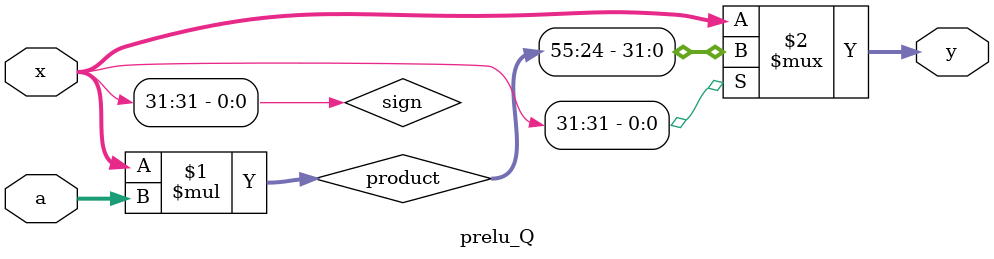
<source format=v>
`ifndef PRELU_Q_V
`define PRELU_Q_V

module prelu_Q #(
    parameter WIDTH = 32,
    parameter FBITS = 24
) (
    input  signed [WIDTH-1:0] x,
    input  signed [WIDTH-1:0] a,
    output signed [WIDTH-1:0] y
);
    
    wire signed [(2*WIDTH)-1:0] product;
    wire sign = x[WIDTH-1];

    assign product = x * a;

    assign y = (sign) ? product[(FBITS + WIDTH - 1) : FBITS] : x;

endmodule

`endif
</source>
